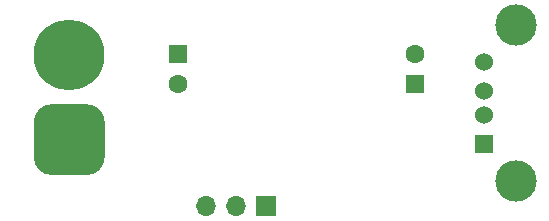
<source format=gbr>
%TF.GenerationSoftware,KiCad,Pcbnew,5.1.10*%
%TF.CreationDate,2021-11-10T11:09:16+01:00*%
%TF.ProjectId,Buck-Converter,4275636b-2d43-46f6-9e76-65727465722e,rev?*%
%TF.SameCoordinates,Original*%
%TF.FileFunction,Soldermask,Bot*%
%TF.FilePolarity,Negative*%
%FSLAX46Y46*%
G04 Gerber Fmt 4.6, Leading zero omitted, Abs format (unit mm)*
G04 Created by KiCad (PCBNEW 5.1.10) date 2021-11-10 11:09:16*
%MOMM*%
%LPD*%
G01*
G04 APERTURE LIST*
%ADD10C,1.524000*%
%ADD11R,1.524000X1.524000*%
%ADD12C,3.500000*%
%ADD13C,6.000000*%
%ADD14O,1.700000X1.700000*%
%ADD15R,1.700000X1.700000*%
%ADD16C,1.600000*%
%ADD17R,1.600000X1.600000*%
G04 APERTURE END LIST*
D10*
%TO.C,J3*%
X126360000Y-71440000D03*
X126360000Y-73940000D03*
X126360000Y-75940000D03*
D11*
X126360000Y-78440000D03*
D12*
X129070000Y-81510000D03*
X129070000Y-68370000D03*
%TD*%
%TO.C,J2*%
G36*
G01*
X92780000Y-81040000D02*
X89780000Y-81040000D01*
G75*
G02*
X88280000Y-79540000I0J1500000D01*
G01*
X88280000Y-76540000D01*
G75*
G02*
X89780000Y-75040000I1500000J0D01*
G01*
X92780000Y-75040000D01*
G75*
G02*
X94280000Y-76540000I0J-1500000D01*
G01*
X94280000Y-79540000D01*
G75*
G02*
X92780000Y-81040000I-1500000J0D01*
G01*
G37*
D13*
X91280000Y-70840000D03*
%TD*%
D14*
%TO.C,J1*%
X102840000Y-83630000D03*
X105380000Y-83630000D03*
D15*
X107920000Y-83630000D03*
%TD*%
D16*
%TO.C,C3*%
X120550000Y-70830000D03*
D17*
X120550000Y-73330000D03*
%TD*%
D16*
%TO.C,C1*%
X100490000Y-73320000D03*
D17*
X100490000Y-70820000D03*
%TD*%
M02*

</source>
